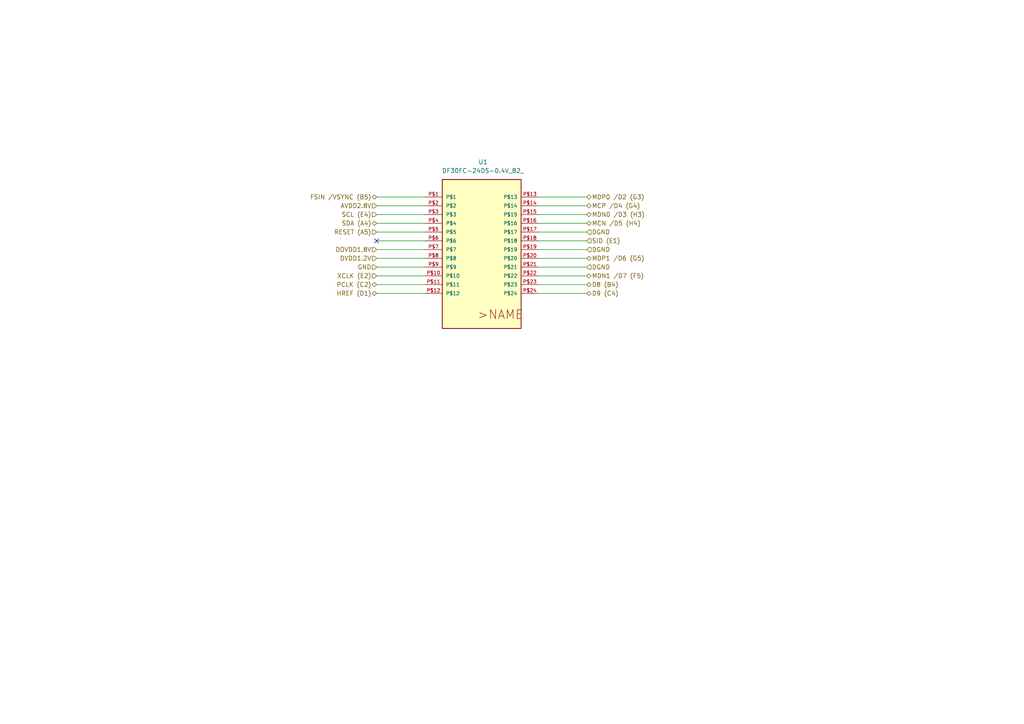
<source format=kicad_sch>
(kicad_sch (version 20231120) (generator "eeschema") (generator_version "8.0")
  (paper "A4")
  (lib_symbols
    (symbol "visionAddOn:DF30FC-24DS-0.4V_82_" (pin_names (offset 1.016))
      (property "Reference" "U" (at 0 0 0))
      (property "Value" "DF30FC-24DS-0.4V_82_" (at 0 0 0))
      (symbol "DF30FC-24DS-0.4V_82__0_0"
        (rectangle (start -15.24 -22.86) (end 7.62 20.32) (stroke (width 0.254)) (fill (type background)))
        (text ">NAME" (at -5.08 -20.32 0) (effects (font (size 2.54 2.54)) (justify left bottom)))
        (pin bidirectional line (at -20.32 15.24 0) (length 5.08) (name "P$1") (number "P$1"))
        (pin bidirectional line (at -20.32 -7.62 0) (length 5.08) (name "P$10") (number "P$10"))
        (pin bidirectional line (at -20.32 -10.16 0) (length 5.08) (name "P$11") (number "P$11"))
        (pin bidirectional line (at -20.32 -12.7 0) (length 5.08) (name "P$12") (number "P$12"))
        (pin bidirectional line (at 12.7 15.24 180) (length 5.08) (name "P$13") (number "P$13"))
        (pin bidirectional line (at 12.7 12.7 180) (length 5.08) (name "P$14") (number "P$14"))
        (pin bidirectional line (at 12.7 10.16 180) (length 5.08) (name "P$15") (number "P$15"))
        (pin bidirectional line (at 12.7 7.62 180) (length 5.08) (name "P$16") (number "P$16"))
        (pin bidirectional line (at 12.7 5.08 180) (length 5.08) (name "P$17") (number "P$17"))
        (pin bidirectional line (at 12.7 2.54 180) (length 5.08) (name "P$18") (number "P$18"))
        (pin bidirectional line (at 12.7 0 180) (length 5.08) (name "P$19") (number "P$19"))
        (pin bidirectional line (at -20.32 12.7 0) (length 5.08) (name "P$2") (number "P$2"))
        (pin bidirectional line (at 12.7 -2.54 180) (length 5.08) (name "P$20") (number "P$20"))
        (pin bidirectional line (at 12.7 -5.08 180) (length 5.08) (name "P$21") (number "P$21"))
        (pin bidirectional line (at 12.7 -7.62 180) (length 5.08) (name "P$22") (number "P$22"))
        (pin bidirectional line (at 12.7 -10.16 180) (length 5.08) (name "P$23") (number "P$23"))
        (pin bidirectional line (at 12.7 -12.7 180) (length 5.08) (name "P$24") (number "P$24"))
        (pin bidirectional line (at -20.32 10.16 0) (length 5.08) (name "P$3") (number "P$3"))
        (pin bidirectional line (at -20.32 7.62 0) (length 5.08) (name "P$4") (number "P$4"))
        (pin bidirectional line (at -20.32 5.08 0) (length 5.08) (name "P$5") (number "P$5"))
        (pin bidirectional line (at -20.32 2.54 0) (length 5.08) (name "P$6") (number "P$6"))
        (pin bidirectional line (at -20.32 0 0) (length 5.08) (name "P$7") (number "P$7"))
        (pin bidirectional line (at -20.32 -2.54 0) (length 5.08) (name "P$8") (number "P$8"))
        (pin bidirectional line (at -20.32 -5.08 0) (length 5.08) (name "P$9") (number "P$9"))
      )
    )
  )
  (no_connect (at 109.22 69.85))
  (wire (pts (xy 156.21 69.85) (xy 170.18 69.85)))
  (wire (pts (xy 109.22 67.31) (xy 123.19 67.31)))
  (wire (pts (xy 156.21 57.15) (xy 170.18 57.15)))
  (wire (pts (xy 109.22 59.69) (xy 123.19 59.69)))
  (wire (pts (xy 109.22 62.23) (xy 123.19 62.23)))
  (wire (pts (xy 156.21 67.31) (xy 170.18 67.31)))
  (wire (pts (xy 156.21 72.39) (xy 170.18 72.39)))
  (wire (pts (xy 156.21 62.23) (xy 170.18 62.23)))
  (wire (pts (xy 109.22 57.15) (xy 123.19 57.15)))
  (wire (pts (xy 109.22 80.01) (xy 123.19 80.01)))
  (wire (pts (xy 156.21 59.69) (xy 170.18 59.69)))
  (wire (pts (xy 109.22 77.47) (xy 123.19 77.47)))
  (wire (pts (xy 156.21 64.77) (xy 170.18 64.77)))
  (wire (pts (xy 109.22 64.77) (xy 123.19 64.77)))
  (wire (pts (xy 156.21 74.93) (xy 170.18 74.93)))
  (wire (pts (xy 109.22 74.93) (xy 123.19 74.93)))
  (wire (pts (xy 109.22 72.39) (xy 123.19 72.39)))
  (wire (pts (xy 156.21 80.01) (xy 170.18 80.01)))
  (wire (pts (xy 109.22 69.85) (xy 123.19 69.85)))
  (wire (pts (xy 156.21 85.09) (xy 170.18 85.09)))
  (wire (pts (xy 156.21 77.47) (xy 170.18 77.47)))
  (wire (pts (xy 109.22 85.09) (xy 123.19 85.09)))
  (wire (pts (xy 156.21 82.55) (xy 170.18 82.55)))
  (wire (pts (xy 109.22 82.55) (xy 123.19 82.55)))
  (hierarchical_label "PCLK (C2)" (shape bidirectional) (at 109.22 82.55 180))
  (hierarchical_label "FSIN {slash}VSYNC (B5)" (shape bidirectional) (at 109.22 57.15 180))
  (hierarchical_label "AVDD2.8V" (shape input) (at 109.22 59.69 180))
  (hierarchical_label "D9 (C4)" (shape bidirectional) (at 170.18 85.09 0))
  (hierarchical_label "MDP0 {slash}D2 (G3)" (shape bidirectional) (at 170.18 57.15 0))
  (hierarchical_label "XCLK (E2)" (shape input) (at 109.22 80.01 180))
  (hierarchical_label "DVDD1.2V" (shape input) (at 109.22 74.93 180))
  (hierarchical_label "SCL (E4)" (shape input) (at 109.22 62.23 180))
  (hierarchical_label "DGND" (shape input) (at 170.18 77.47 0))
  (hierarchical_label "MDP1 {slash}D6 (G5)" (shape bidirectional) (at 170.18 74.93 0))
  (hierarchical_label "MDN0 {slash}D3 (H3)" (shape bidirectional) (at 170.18 62.23 0))
  (hierarchical_label "MCN {slash}D5 (H4)" (shape bidirectional) (at 170.18 64.77 0))
  (hierarchical_label "DOVDD1.8V" (shape input) (at 109.22 72.39 180))
  (hierarchical_label "HREF (D1)" (shape bidirectional) (at 109.22 85.09 180))
  (hierarchical_label "RESET (A5)" (shape input) (at 109.22 67.31 180))
  (hierarchical_label "MDN1 {slash}D7 (F5)" (shape bidirectional) (at 170.18 80.01 0))
  (hierarchical_label "SDA (A4)" (shape bidirectional) (at 109.22 64.77 180))
  (hierarchical_label "SID (E1)" (shape input) (at 170.18 69.85 0))
  (hierarchical_label "GND" (shape input) (at 109.22 77.47 180))
  (hierarchical_label "MCP {slash}D4 (G4)" (shape bidirectional) (at 170.18 59.69 0))
  (hierarchical_label "DGND" (shape input) (at 170.18 67.31 0))
  (hierarchical_label "DGND" (shape input) (at 170.18 72.39 0))
  (hierarchical_label "D8 (B4)" (shape bidirectional) (at 170.18 82.55 0))
  (symbol (lib_id "visionAddOn:DF30FC-24DS-0.4V_82_") (at 143.51 72.39 0) (unit 1)
    (property "Reference" "U1" (at 140.1007 46.99 0))
    (property "Value" "DF30FC-24DS-0.4V_82_" (at 140.1007 49.53 0))
    (property "Footprint" "DF30FC-24DS-0.4V_82_:DF30FC-24DS" (effects (hide yes)))
    (property "MF" "Hirose Electric" (effects (hide yes)))
    (property "Description_1" "\n24 Position Connector Receptacle, Outer Shroud Contacts Surface Mount Gold\n" (effects (hide yes)))
    (property "Package" "None" (effects (hide yes)))
    (property "Price" "None" (effects (hide yes)))
    (property "SnapEDA_Link" "https://www.snapeda.com/parts/DF30FC-24DS-0.4V(82)/Hirose+Electric+Co+Ltd/view-part/?ref=snap" (effects (hide yes)))
    (property "MP" "DF30FC-24DS-0.4V(82)" (effects (hide yes)))
    (property "Purchase-URL" "https://www.snapeda.com/api/url_track_click_mouser/?unipart_id=887937&manufacturer=Hirose Electric&part_name=DF30FC-24DS-0.4V(82)&search_term=None" (effects (hide yes)))
    (property "Availability" "In Stock" (effects (hide yes)))
    (property "Check_prices" "https://www.snapeda.com/parts/DF30FC-24DS-0.4V(82)/Hirose+Electric+Co+Ltd/view-part/?ref=eda" (effects (hide yes)))
  )
)
</source>
